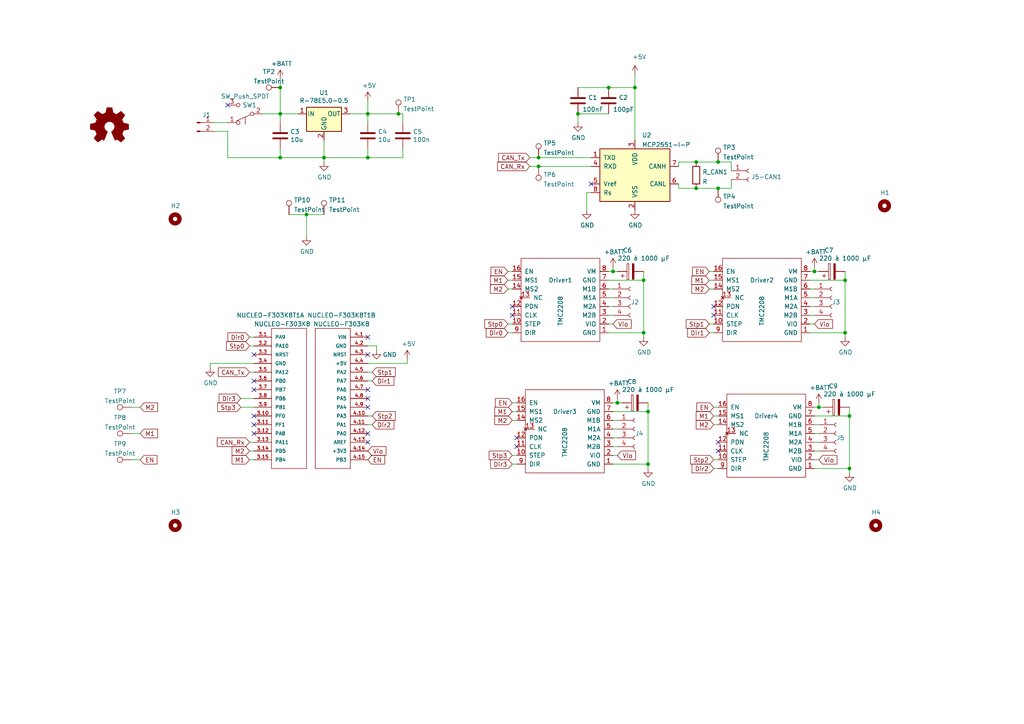
<source format=kicad_sch>
(kicad_sch (version 20211123) (generator eeschema)
  (paper "A4")
  (lib_symbols
    (symbol "Connector:Conn_01x02_Female" (pin_names (offset 1.016) hide)
      (property "Reference" "J" (at 0 2.54 0))
      (property "Value" "Conn_01x02_Female" (at 0 -5.08 0))
      (symbol "Conn_01x02_Female_1_1"
        (arc (start 0 -2.032) (mid -0.508 -2.54) (end 0 -3.048) (stroke (width 0.1524)))
        (polyline (pts (xy -1.27 -2.54) (xy -0.508 -2.54)) (stroke (width 0.1524)))
        (polyline (pts (xy -1.27 0) (xy -0.508 0)) (stroke (width 0.1524)))
        (arc (start 0 0.508) (mid -0.508 0) (end 0 -0.508) (stroke (width 0.1524)))
        (pin passive line (at -5.08 0 0) (length 3.81) (name "Pin_1") (number "1"))
        (pin passive line (at -5.08 -2.54 0) (length 3.81) (name "Pin_2") (number "2"))
      )
    )
    (symbol "Connector:Conn_01x02_Male" (pin_names (offset 1.016) hide)
      (property "Reference" "J" (at 0 2.54 0))
      (property "Value" "Conn_01x02_Male" (at 0 -5.08 0))
      (symbol "Conn_01x02_Male_1_1"
        (polyline (pts (xy 1.27 -2.54) (xy 0.8636 -2.54)) (stroke (width 0.1524)))
        (polyline (pts (xy 1.27 0) (xy 0.8636 0)) (stroke (width 0.1524)))
        (rectangle (start 0.8636 -2.413) (end 0 -2.667) (stroke (width 0.1524)) (fill (type outline)))
        (rectangle (start 0.8636 0.127) (end 0 -0.127) (stroke (width 0.1524)) (fill (type outline)))
        (pin passive line (at 5.08 0 180) (length 3.81) (name "Pin_1") (number "1"))
        (pin passive line (at 5.08 -2.54 180) (length 3.81) (name "Pin_2") (number "2"))
      )
    )
    (symbol "Connector:Conn_01x04_Female" (pin_names (offset 1.016) hide)
      (property "Reference" "J" (at 0 5.08 0))
      (property "Value" "Conn_01x04_Female" (at 0 -7.62 0))
      (symbol "Conn_01x04_Female_1_1"
        (arc (start 0 -4.572) (mid -0.508 -5.08) (end 0 -5.588) (stroke (width 0.1524)))
        (arc (start 0 -2.032) (mid -0.508 -2.54) (end 0 -3.048) (stroke (width 0.1524)))
        (polyline (pts (xy -1.27 -5.08) (xy -0.508 -5.08)) (stroke (width 0.1524)))
        (polyline (pts (xy -1.27 -2.54) (xy -0.508 -2.54)) (stroke (width 0.1524)))
        (polyline (pts (xy -1.27 0) (xy -0.508 0)) (stroke (width 0.1524)))
        (polyline (pts (xy -1.27 2.54) (xy -0.508 2.54)) (stroke (width 0.1524)))
        (arc (start 0 0.508) (mid -0.508 0) (end 0 -0.508) (stroke (width 0.1524)))
        (arc (start 0 3.048) (mid -0.508 2.54) (end 0 2.032) (stroke (width 0.1524)))
        (pin passive line (at -5.08 2.54 0) (length 3.81) (name "Pin_1") (number "1"))
        (pin passive line (at -5.08 0 0) (length 3.81) (name "Pin_2") (number "2"))
        (pin passive line (at -5.08 -2.54 0) (length 3.81) (name "Pin_3") (number "3"))
        (pin passive line (at -5.08 -5.08 0) (length 3.81) (name "Pin_4") (number "4"))
      )
    )
    (symbol "Connector:TestPoint" (pin_numbers hide) (pin_names (offset 0.762) hide)
      (property "Reference" "TP" (at 0 6.858 0))
      (property "Value" "TestPoint" (at 0 5.08 0))
      (symbol "TestPoint_0_1"
        (circle (center 0 3.302) (radius 0.762))
      )
      (symbol "TestPoint_1_1"
        (pin passive line (at 0 0 90) (length 2.54) (name "1") (number "1"))
      )
    )
    (symbol "Device:C" (pin_numbers hide) (pin_names (offset 0.254))
      (property "Reference" "C" (at 0.635 2.54 0))
      (property "Value" "C" (at 0.635 -2.54 0))
      (symbol "C_0_1"
        (polyline (pts (xy -2.032 -0.762) (xy 2.032 -0.762)) (stroke (width 0.508)))
        (polyline (pts (xy -2.032 0.762) (xy 2.032 0.762)) (stroke (width 0.508)))
      )
      (symbol "C_1_1"
        (pin passive line (at 0 3.81 270) (length 2.794) (name "~") (number "1"))
        (pin passive line (at 0 -3.81 90) (length 2.794) (name "~") (number "2"))
      )
    )
    (symbol "Device:C_Polarized" (pin_numbers hide) (pin_names (offset 0.254))
      (property "Reference" "C" (at 0.635 2.54 0))
      (property "Value" "C_Polarized" (at 0.635 -2.54 0))
      (symbol "C_Polarized_0_1"
        (rectangle (start -2.286 0.508) (end 2.286 1.016))
        (polyline (pts (xy -1.778 2.286) (xy -0.762 2.286)))
        (polyline (pts (xy -1.27 2.794) (xy -1.27 1.778)))
        (rectangle (start 2.286 -0.508) (end -2.286 -1.016) (fill (type outline)))
      )
      (symbol "C_Polarized_1_1"
        (pin passive line (at 0 3.81 270) (length 2.794) (name "~") (number "1"))
        (pin passive line (at 0 -3.81 90) (length 2.794) (name "~") (number "2"))
      )
    )
    (symbol "Device:R" (pin_numbers hide) (pin_names (offset 0))
      (property "Reference" "R" (at 2.032 0 90))
      (property "Value" "R" (at 0 0 90))
      (symbol "R_0_1"
        (rectangle (start -1.016 -2.54) (end 1.016 2.54) (stroke (width 0.254)))
      )
      (symbol "R_1_1"
        (pin passive line (at 0 3.81 270) (length 1.27) (name "~") (number "1"))
        (pin passive line (at 0 -3.81 90) (length 1.27) (name "~") (number "2"))
      )
    )
    (symbol "Graphic:Logo_Open_Hardware_Small" (pin_names (offset 1.016))
      (symbol "Logo_Open_Hardware_Small_0_1"
        (polyline (pts (xy 3.3528 -4.3434) (xy 3.302 -4.318) (xy 3.175 -4.2418) (xy 2.9972 -4.1148) (xy 2.7686 -3.9624) (xy 2.54 -3.81) (xy 2.3622 -3.7084) (xy 2.2352 -3.6068) (xy 2.1844 -3.5814) (xy 2.159 -3.6068) (xy 2.0574 -3.6576) (xy 1.905 -3.7338) (xy 1.8034 -3.7846) (xy 1.6764 -3.8354) (xy 1.6002 -3.8354) (xy 1.6002 -3.8354) (xy 1.5494 -3.7338) (xy 1.4732 -3.5306) (xy 1.3462 -3.302) (xy 1.2446 -3.0226) (xy 1.1176 -2.7178) (xy 0.9652 -2.413) (xy 0.8636 -2.1082) (xy 0.7366 -1.8288) (xy 0.6604 -1.6256) (xy 0.6096 -1.4732) (xy 0.5842 -1.397) (xy 0.5842 -1.397) (xy 0.6604 -1.3208) (xy 0.7874 -1.2446) (xy 1.0414 -1.016) (xy 1.2954 -0.6858) (xy 1.4478 -0.3302) (xy 1.524 0.0762) (xy 1.4732 0.4572) (xy 1.3208 0.8128) (xy 1.0668 1.143) (xy 0.762 1.3716) (xy 0.4064 1.524) (xy 0 1.5748) (xy -0.381 1.5494) (xy -0.7366 1.397) (xy -1.0668 1.143) (xy -1.2192 0.9906) (xy -1.397 0.6604) (xy -1.524 0.3048) (xy -1.524 0.2286) (xy -1.4986 -0.1778) (xy -1.397 -0.5334) (xy -1.1938 -0.8636) (xy -0.9144 -1.143) (xy -0.8636 -1.1684) (xy -0.7366 -1.27) (xy -0.635 -1.3462) (xy -0.5842 -1.397) (xy -1.0668 -2.5908) (xy -1.143 -2.794) (xy -1.2954 -3.1242) (xy -1.397 -3.4036) (xy -1.4986 -3.6322) (xy -1.5748 -3.7846) (xy -1.6002 -3.8354) (xy -1.6002 -3.8354) (xy -1.651 -3.8354) (xy -1.7272 -3.81) (xy -1.905 -3.7338) (xy -2.0066 -3.683) (xy -2.1336 -3.6068) (xy -2.2098 -3.5814) (xy -2.2606 -3.6068) (xy -2.3622 -3.683) (xy -2.54 -3.81) (xy -2.7686 -3.9624) (xy -2.9718 -4.0894) (xy -3.1496 -4.2164) (xy -3.302 -4.318) (xy -3.3528 -4.3434) (xy -3.3782 -4.3434) (xy -3.429 -4.318) (xy -3.5306 -4.2164) (xy -3.7084 -4.064) (xy -3.937 -3.8354) (xy -3.9624 -3.81) (xy -4.1656 -3.6068) (xy -4.318 -3.4544) (xy -4.4196 -3.3274) (xy -4.445 -3.2766) (xy -4.445 -3.2766) (xy -4.4196 -3.2258) (xy -4.318 -3.0734) (xy -4.2164 -2.8956) (xy -4.064 -2.667) (xy -3.6576 -2.0828) (xy -3.8862 -1.5494) (xy -3.937 -1.3716) (xy -4.0386 -1.1684) (xy -4.0894 -1.0414) (xy -4.1148 -0.9652) (xy -4.191 -0.9398) (xy -4.318 -0.9144) (xy -4.5466 -0.8636) (xy -4.8006 -0.8128) (xy -5.0546 -0.7874) (xy -5.2578 -0.7366) (xy -5.4356 -0.7112) (xy -5.5118 -0.6858) (xy -5.5118 -0.6858) (xy -5.5372 -0.635) (xy -5.5372 -0.5588) (xy -5.5372 -0.4318) (xy -5.5626 -0.2286) (xy -5.5626 0.0762) (xy -5.5626 0.127) (xy -5.5372 0.4064) (xy -5.5372 0.635) (xy -5.5372 0.762) (xy -5.5372 0.8382) (xy -5.5372 0.8382) (xy -5.461 0.8382) (xy -5.3086 0.889) (xy -5.08 0.9144) (xy -4.826 0.9652) (xy -4.8006 0.9906) (xy -4.5466 1.0414) (xy -4.318 1.0668) (xy -4.1656 1.1176) (xy -4.0894 1.143) (xy -4.0894 1.143) (xy -4.0386 1.2446) (xy -3.9624 1.4224) (xy -3.8608 1.6256) (xy -3.7846 1.8288) (xy -3.7084 2.0066) (xy -3.6576 2.159) (xy -3.6322 2.2098) (xy -3.6322 2.2098) (xy -3.683 2.286) (xy -3.7592 2.413) (xy -3.8862 2.5908) (xy -4.064 2.8194) (xy -4.064 2.8448) (xy -4.2164 3.0734) (xy -4.3434 3.2512) (xy -4.4196 3.3782) (xy -4.445 3.4544) (xy -4.445 3.4544) (xy -4.3942 3.5052) (xy -4.2926 3.6322) (xy -4.1148 3.81) (xy -3.937 4.0132) (xy -3.8608 4.064) (xy -3.6576 4.2926) (xy -3.5052 4.4196) (xy -3.4036 4.4958) (xy -3.3528 4.5212) (xy -3.3528 4.5212) (xy -3.302 4.4704) (xy -3.1496 4.3688) (xy -2.9718 4.2418) (xy -2.7432 4.0894) (xy -2.7178 4.0894) (xy -2.4892 3.937) (xy -2.3114 3.81) (xy -2.1844 3.7084) (xy -2.1336 3.683) (xy -2.1082 3.683) (xy -2.032 3.7084) (xy -1.8542 3.7592) (xy -1.6764 3.8354) (xy -1.4732 3.937) (xy -1.27 4.0132) (xy -1.143 4.064) (xy -1.0668 4.1148) (xy -1.0668 4.1148) (xy -1.0414 4.191) (xy -1.016 4.3434) (xy -0.9652 4.572) (xy -0.9144 4.8514) (xy -0.889 4.9022) (xy -0.8382 5.1562) (xy -0.8128 5.3848) (xy -0.7874 5.5372) (xy -0.762 5.588) (xy -0.7112 5.6134) (xy -0.5842 5.6134) (xy -0.4064 5.6134) (xy -0.1524 5.6134) (xy 0.0762 5.6134) (xy 0.3302 5.6134) (xy 0.5334 5.6134) (xy 0.6858 5.588) (xy 0.7366 5.588) (xy 0.7366 5.588) (xy 0.762 5.5118) (xy 0.8128 5.334) (xy 0.8382 5.1054) (xy 0.9144 4.826) (xy 0.9144 4.7752) (xy 0.9652 4.5212) (xy 1.016 4.2926) (xy 1.0414 4.1402) (xy 1.0668 4.0894) (xy 1.0668 4.0894) (xy 1.1938 4.0386) (xy 1.3716 3.9624) (xy 1.5748 3.8608) (xy 2.0828 3.6576) (xy 2.7178 4.0894) (xy 2.7686 4.1402) (xy 2.9972 4.2926) (xy 3.175 4.4196) (xy 3.302 4.4958) (xy 3.3782 4.5212) (xy 3.3782 4.5212) (xy 3.429 4.4704) (xy 3.556 4.3434) (xy 3.7338 4.191) (xy 3.9116 3.9878) (xy 4.064 3.8354) (xy 4.2418 3.6576) (xy 4.3434 3.556) (xy 4.4196 3.4798) (xy 4.4196 3.429) (xy 4.4196 3.4036) (xy 4.3942 3.3274) (xy 4.2926 3.2004) (xy 4.1656 2.9972) (xy 4.0132 2.794) (xy 3.8862 2.5908) (xy 3.7592 2.3876) (xy 3.6576 2.2352) (xy 3.6322 2.159) (xy 3.6322 2.1336) (xy 3.683 2.0066) (xy 3.7592 1.8288) (xy 3.8608 1.6002) (xy 4.064 1.1176) (xy 4.3942 1.0414) (xy 4.5974 1.016) (xy 4.8768 0.9652) (xy 5.1308 0.9144) (xy 5.5372 0.8382) (xy 5.5626 -0.6604) (xy 5.4864 -0.6858) (xy 5.4356 -0.6858) (xy 5.2832 -0.7366) (xy 5.0546 -0.762) (xy 4.8006 -0.8128) (xy 4.5974 -0.8636) (xy 4.3688 -0.9144) (xy 4.2164 -0.9398) (xy 4.1402 -0.9398) (xy 4.1148 -0.9652) (xy 4.064 -1.0668) (xy 3.9878 -1.2446) (xy 3.9116 -1.4478) (xy 3.81 -1.651) (xy 3.7338 -1.8542) (xy 3.683 -2.0066) (xy 3.6576 -2.0828) (xy 3.683 -2.1336) (xy 3.7846 -2.2606) (xy 3.8862 -2.4638) (xy 4.0386 -2.667) (xy 4.191 -2.8956) (xy 4.318 -3.0734) (xy 4.3942 -3.2004) (xy 4.445 -3.2766) (xy 4.4196 -3.3274) (xy 4.3434 -3.429) (xy 4.1656 -3.5814) (xy 3.937 -3.8354) (xy 3.8862 -3.8608) (xy 3.683 -4.064) (xy 3.5306 -4.2164) (xy 3.4036 -4.318) (xy 3.3528 -4.3434)) (fill (type outline)))
      )
    )
    (symbol "Interface_CAN_LIN:MCP2551-I-P" (pin_names (offset 1.016))
      (property "Reference" "U" (at -10.16 8.89 0))
      (property "Value" "MCP2551-I-P" (at 2.54 8.89 0))
      (symbol "MCP2551-I-P_0_1"
        (rectangle (start -10.16 7.62) (end 10.16 -7.62) (stroke (width 0.254)) (fill (type background)))
      )
      (symbol "MCP2551-I-P_1_1"
        (pin input line (at -12.7 5.08 0) (length 2.54) (name "TXD") (number "1"))
        (pin power_in line (at 0 -10.16 90) (length 2.54) (name "VSS") (number "2"))
        (pin power_in line (at 0 10.16 270) (length 2.54) (name "VDD") (number "3"))
        (pin output line (at -12.7 2.54 0) (length 2.54) (name "RXD") (number "4"))
        (pin power_out line (at -12.7 -2.54 0) (length 2.54) (name "Vref") (number "5"))
        (pin bidirectional line (at 12.7 -2.54 180) (length 2.54) (name "CANL") (number "6"))
        (pin bidirectional line (at 12.7 2.54 180) (length 2.54) (name "CANH") (number "7"))
        (pin input line (at -12.7 -5.08 0) (length 2.54) (name "Rs") (number "8"))
      )
    )
    (symbol "Mechanical:MountingHole" (pin_names (offset 1.016))
      (property "Reference" "H" (at 0 5.08 0))
      (property "Value" "MountingHole" (at 0 3.175 0))
      (symbol "MountingHole_0_1"
        (circle (center 0 0) (radius 1.27) (stroke (width 1.27)))
      )
    )
    (symbol "NUCLEO-F303K8:NUCLEO-F303K8" (pin_names (offset 1.016))
      (property "Reference" "A" (at -5.08 20.8534 0))
      (property "Value" "NUCLEO-F303K8_NUCLEO-F303K8" (at -5.08 -22.6314 0))
      (symbol "NUCLEO-F303K8_1_0"
        (polyline (pts (xy -5.08 -20.32) (xy 5.08 -20.32)) (stroke (width 0.1524)))
        (polyline (pts (xy -5.08 20.32) (xy -5.08 -20.32)) (stroke (width 0.1524)))
        (polyline (pts (xy 5.08 -20.32) (xy 5.08 20.32)) (stroke (width 0.1524)))
        (polyline (pts (xy 5.08 20.32) (xy -5.08 20.32)) (stroke (width 0.1524)))
        (pin bidirectional line (at 10.16 17.78 180) (length 5.08) (name "PA9") (number "3.1"))
        (pin bidirectional line (at 10.16 -5.08 180) (length 5.08) (name "PF0") (number "3.10"))
        (pin bidirectional line (at 10.16 -7.62 180) (length 5.08) (name "PF1") (number "3.11"))
        (pin bidirectional line (at 10.16 -10.16 180) (length 5.08) (name "PA8") (number "3.12"))
        (pin bidirectional line (at 10.16 -12.7 180) (length 5.08) (name "PA11") (number "3.13"))
        (pin bidirectional line (at 10.16 -15.24 180) (length 5.08) (name "PB5") (number "3.14"))
        (pin bidirectional line (at 10.16 -17.78 180) (length 5.08) (name "PB4") (number "3.15"))
        (pin bidirectional line (at 10.16 15.24 180) (length 5.08) (name "PA10") (number "3.2"))
        (pin bidirectional line (at 10.16 12.7 180) (length 5.08) (name "NRST") (number "3.3"))
        (pin bidirectional line (at 10.16 10.16 180) (length 5.08) (name "GND") (number "3.4"))
        (pin bidirectional line (at 10.16 7.62 180) (length 5.08) (name "PA12") (number "3.5"))
        (pin bidirectional line (at 10.16 5.08 180) (length 5.08) (name "PB0") (number "3.6"))
        (pin bidirectional line (at 10.16 2.54 180) (length 5.08) (name "PB7") (number "3.7"))
        (pin bidirectional line (at 10.16 0 180) (length 5.08) (name "PB6") (number "3.8"))
        (pin bidirectional line (at 10.16 -2.54 180) (length 5.08) (name "PB1") (number "3.9"))
      )
      (symbol "NUCLEO-F303K8_2_0"
        (polyline (pts (xy -5.08 -20.32) (xy 5.08 -20.32)) (stroke (width 0.1524)))
        (polyline (pts (xy -5.08 20.32) (xy -5.08 -20.32)) (stroke (width 0.1524)))
        (polyline (pts (xy 5.08 -20.32) (xy 5.08 20.32)) (stroke (width 0.1524)))
        (polyline (pts (xy 5.08 20.32) (xy -5.08 20.32)) (stroke (width 0.1524)))
        (pin bidirectional line (at 10.16 17.78 180) (length 5.08) (name "VIN") (number "4.1"))
        (pin bidirectional line (at 10.16 -5.08 180) (length 5.08) (name "PA3") (number "4.10"))
        (pin bidirectional line (at 10.16 -7.62 180) (length 5.08) (name "PA1") (number "4.11"))
        (pin bidirectional line (at 10.16 -10.16 180) (length 5.08) (name "PA0") (number "4.12"))
        (pin bidirectional line (at 10.16 -12.7 180) (length 5.08) (name "AREF") (number "4.13"))
        (pin bidirectional line (at 10.16 -15.24 180) (length 5.08) (name "+3V3") (number "4.14"))
        (pin bidirectional line (at 10.16 -17.78 180) (length 5.08) (name "PB3") (number "4.15"))
        (pin bidirectional line (at 10.16 15.24 180) (length 5.08) (name "GND") (number "4.2"))
        (pin bidirectional line (at 10.16 12.7 180) (length 5.08) (name "NRST") (number "4.3"))
        (pin bidirectional line (at 10.16 10.16 180) (length 5.08) (name "+5V") (number "4.4"))
        (pin bidirectional line (at 10.16 7.62 180) (length 5.08) (name "PA2") (number "4.5"))
        (pin bidirectional line (at 10.16 5.08 180) (length 5.08) (name "PA7") (number "4.6"))
        (pin bidirectional line (at 10.16 2.54 180) (length 5.08) (name "PA6") (number "4.7"))
        (pin bidirectional line (at 10.16 0 180) (length 5.08) (name "PA5") (number "4.8"))
        (pin bidirectional line (at 10.16 -2.54 180) (length 5.08) (name "PA4") (number "4.9"))
      )
    )
    (symbol "Regulator_Switching:R-78E5.0-0.5" (pin_names (offset 0.254))
      (property "Reference" "U" (at -3.81 3.175 0))
      (property "Value" "R-78E5.0-0.5" (at 0 3.175 0))
      (symbol "R-78E5.0-0.5_0_1"
        (rectangle (start -5.08 1.905) (end 5.08 -5.08) (stroke (width 0.254)) (fill (type background)))
      )
      (symbol "R-78E5.0-0.5_1_1"
        (pin power_in line (at -7.62 0 0) (length 2.54) (name "IN") (number "1"))
        (pin power_in line (at 0 -7.62 90) (length 2.54) (name "GND") (number "2"))
        (pin power_out line (at 7.62 0 180) (length 2.54) (name "OUT") (number "3"))
      )
    )
    (symbol "Shield-BR-rescue:TMC2208-Trinamic_Drivers" (pin_names (offset 1.016))
      (property "Reference" "U" (at -1.27 7.62 0))
      (property "Value" "TMC2208-Trinamic_Drivers" (at -1.27 7.62 0))
      (symbol "TMC2208-Trinamic_Drivers_0_1"
        (rectangle (start -13.97 3.81) (end 8.89 -20.32))
      )
      (symbol "TMC2208-Trinamic_Drivers_1_1"
        (pin input line (at -16.51 1.27 0) (length 2.54) (name "GND") (number "1"))
        (pin input line (at 11.43 -1.27 180) (length 2.54) (name "STEP") (number "10"))
        (pin bidirectional line (at 11.43 -3.81 180) (length 2.54) (name "CLK") (number "11"))
        (pin output line (at 11.43 -6.35 180) (length 2.54) (name "PDN") (number "12"))
        (pin no_connect line (at 8.89 -8.89 180) (length 2.54) (name "NC") (number "13"))
        (pin input line (at 11.43 -11.43 180) (length 2.54) (name "MS2") (number "14"))
        (pin input line (at 11.43 -13.97 180) (length 2.54) (name "MS1") (number "15"))
        (pin input line (at 11.43 -16.51 180) (length 2.54) (name "EN") (number "16"))
        (pin input line (at -16.51 -1.27 0) (length 2.54) (name "VIO") (number "2"))
        (pin input line (at -16.51 -3.81 0) (length 2.54) (name "M2B") (number "3"))
        (pin input line (at -16.51 -6.35 0) (length 2.54) (name "M2A") (number "4"))
        (pin input line (at -16.51 -8.89 0) (length 2.54) (name "M1A") (number "5"))
        (pin input line (at -16.51 -11.43 0) (length 2.54) (name "M1B") (number "6"))
        (pin input line (at -16.51 -13.97 0) (length 2.54) (name "GND") (number "7"))
        (pin input line (at -16.51 -16.51 0) (length 2.54) (name "VM") (number "8"))
        (pin input line (at 11.43 1.27 180) (length 2.54) (name "DIR") (number "9"))
      )
    )
    (symbol "Switch:SW_Push_SPDT" (pin_names (offset 0) hide)
      (property "Reference" "SW" (at 0 4.318 0))
      (property "Value" "SW_Push_SPDT" (at 0 -5.08 0))
      (symbol "SW_Push_SPDT_0_0"
        (circle (center -2.032 0) (radius 0.508))
        (polyline (pts (xy 0 1.016) (xy 0 3.048)))
        (circle (center 2.032 -2.54) (radius 0.508))
      )
      (symbol "SW_Push_SPDT_0_1"
        (polyline (pts (xy -1.524 0.254) (xy 2.54 2.032)))
        (circle (center 2.032 2.54) (radius 0.508))
      )
      (symbol "SW_Push_SPDT_1_1"
        (pin passive line (at 5.08 2.54 180) (length 2.54) (name "A") (number "1"))
        (pin passive line (at -5.08 0 0) (length 2.54) (name "B") (number "2"))
        (pin passive line (at 5.08 -2.54 180) (length 2.54) (name "C") (number "3"))
      )
    )
    (symbol "power:+5V" (power) (pin_names (offset 0))
      (property "Value" "+5V" (at 0 3.556 0))
      (symbol "+5V_0_1"
        (polyline (pts (xy -0.762 1.27) (xy 0 2.54)))
        (polyline (pts (xy 0 0) (xy 0 2.54)))
        (polyline (pts (xy 0 2.54) (xy 0.762 1.27)))
      )
      (symbol "+5V_1_1"
        (pin power_in line (at 0 0 90) (length 0) hide (name "+5V") (number "1"))
      )
    )
    (symbol "power:+BATT" (power) (pin_names (offset 0))
      (property "Value" "+BATT" (at 0 3.556 0))
      (symbol "+BATT_0_1"
        (polyline (pts (xy -0.762 1.27) (xy 0 2.54)))
        (polyline (pts (xy 0 0) (xy 0 2.54)))
        (polyline (pts (xy 0 2.54) (xy 0.762 1.27)))
      )
      (symbol "+BATT_1_1"
        (pin power_in line (at 0 0 90) (length 0) hide (name "+BATT") (number "1"))
      )
    )
    (symbol "power:GND" (power) (pin_names (offset 0))
      (property "Value" "GND" (at 0 -3.81 0))
      (symbol "GND_0_1"
        (polyline (pts (xy 0 0) (xy 0 -1.27) (xy 1.27 -1.27) (xy 0 -2.54) (xy -1.27 -1.27) (xy 0 -1.27)))
      )
      (symbol "GND_1_1"
        (pin power_in line (at 0 0 270) (length 0) hide (name "GND") (number "1"))
      )
    )
  )
  (junction (at 176.53 25.4))
  (junction (at 156.21 48.26))
  (junction (at 184.15 25.4))
  (junction (at 167.64 33.02))
  (junction (at 186.69 81.28))
  (junction (at 179.07 116.84))
  (junction (at 106.68 33.02))
  (junction (at 237.49 118.11))
  (junction (at 156.21 45.72))
  (junction (at 246.38 120.65))
  (junction (at 208.28 46.99))
  (junction (at 208.28 54.61))
  (junction (at 177.8 78.74))
  (junction (at 245.11 81.28))
  (junction (at 201.93 54.61))
  (junction (at 93.98 45.72))
  (junction (at 245.11 96.52))
  (junction (at 115.57 33.02))
  (junction (at 187.96 119.38))
  (junction (at 81.28 25.4))
  (junction (at 81.28 33.02))
  (junction (at 187.96 134.62))
  (junction (at 88.9 62.23))
  (junction (at 186.69 96.52))
  (junction (at 106.68 45.72))
  (junction (at 246.38 135.89))
  (junction (at 81.28 45.72))
  (junction (at 201.93 46.99))
  (junction (at 236.22 78.74))
  (no_connect (at 207.01 88.9))
  (no_connect (at 171.45 53.34))
  (no_connect (at 149.86 129.54))
  (no_connect (at 148.59 91.44))
  (no_connect (at 106.68 97.79))
  (no_connect (at 73.66 110.49))
  (no_connect (at 106.68 102.87))
  (no_connect (at 73.66 125.73))
  (no_connect (at 207.01 91.44))
  (no_connect (at 106.68 118.11))
  (no_connect (at 208.28 128.27))
  (no_connect (at 73.66 102.87))
  (no_connect (at 106.68 115.57))
  (no_connect (at 73.66 120.65))
  (no_connect (at 106.68 113.03))
  (no_connect (at 73.66 113.03))
  (no_connect (at 148.59 88.9))
  (no_connect (at 66.04 30.48))
  (no_connect (at 106.68 125.73))
  (no_connect (at 208.28 130.81))
  (no_connect (at 73.66 123.19))
  (no_connect (at 106.68 128.27))
  (no_connect (at 149.86 127))
  (wire (pts (xy 106.68 33.02) (xy 106.68 29.21)))
  (wire (pts (xy 234.95 78.74) (xy 236.22 78.74)))
  (wire (pts (xy 236.22 91.44) (xy 234.95 91.44)))
  (wire (pts (xy 208.28 118.11) (xy 207.01 118.11)))
  (wire (pts (xy 236.22 88.9) (xy 234.95 88.9)))
  (wire (pts (xy 196.85 46.99) (xy 201.93 46.99)))
  (wire (pts (xy 176.53 86.36) (xy 177.8 86.36)))
  (wire (pts (xy 179.07 116.84) (xy 180.34 116.84)))
  (wire (pts (xy 212.09 54.61) (xy 212.09 52.07)))
  (wire (pts (xy 184.15 25.4) (xy 184.15 40.64)))
  (wire (pts (xy 148.59 78.74) (xy 147.32 78.74)))
  (wire (pts (xy 236.22 120.65) (xy 246.38 120.65)))
  (wire (pts (xy 236.22 78.74) (xy 236.22 77.47)))
  (wire (pts (xy 245.11 78.74) (xy 245.11 81.28)))
  (wire (pts (xy 81.28 25.4) (xy 81.28 22.86)))
  (wire (pts (xy 106.68 120.65) (xy 107.95 120.65)))
  (wire (pts (xy 81.28 45.72) (xy 93.98 45.72)))
  (wire (pts (xy 73.66 105.41) (xy 60.96 105.41)))
  (wire (pts (xy 116.84 43.18) (xy 116.84 45.72)))
  (wire (pts (xy 66.04 38.1) (xy 66.04 45.72)))
  (wire (pts (xy 148.59 83.82) (xy 147.32 83.82)))
  (wire (pts (xy 72.39 107.95) (xy 73.66 107.95)))
  (wire (pts (xy 116.84 35.56) (xy 116.84 33.02)))
  (wire (pts (xy 149.86 134.62) (xy 148.59 134.62)))
  (wire (pts (xy 109.22 101.6) (xy 109.22 100.33)))
  (wire (pts (xy 237.49 118.11) (xy 238.76 118.11)))
  (wire (pts (xy 187.96 135.89) (xy 187.96 134.62)))
  (wire (pts (xy 187.96 134.62) (xy 177.8 134.62)))
  (wire (pts (xy 170.18 55.88) (xy 170.18 60.96)))
  (wire (pts (xy 179.07 132.08) (xy 177.8 132.08)))
  (wire (pts (xy 176.53 81.28) (xy 186.69 81.28)))
  (wire (pts (xy 196.85 46.99) (xy 196.85 48.26)))
  (wire (pts (xy 208.28 46.99) (xy 201.93 46.99)))
  (wire (pts (xy 237.49 118.11) (xy 237.49 116.84)))
  (wire (pts (xy 148.59 96.52) (xy 147.32 96.52)))
  (wire (pts (xy 207.01 120.65) (xy 208.28 120.65)))
  (wire (pts (xy 60.96 105.41) (xy 60.96 106.68)))
  (wire (pts (xy 101.6 33.02) (xy 106.68 33.02)))
  (wire (pts (xy 148.59 81.28) (xy 147.32 81.28)))
  (wire (pts (xy 207.01 93.98) (xy 205.74 93.98)))
  (wire (pts (xy 149.86 132.08) (xy 148.59 132.08)))
  (wire (pts (xy 167.64 25.4) (xy 176.53 25.4)))
  (wire (pts (xy 149.86 119.38) (xy 148.59 119.38)))
  (wire (pts (xy 208.28 54.61) (xy 201.93 54.61)))
  (wire (pts (xy 176.53 78.74) (xy 177.8 78.74)))
  (wire (pts (xy 149.86 121.92) (xy 148.59 121.92)))
  (wire (pts (xy 245.11 81.28) (xy 245.11 96.52)))
  (wire (pts (xy 106.68 45.72) (xy 116.84 45.72)))
  (wire (pts (xy 167.64 33.02) (xy 167.64 35.56)))
  (wire (pts (xy 62.23 38.1) (xy 66.04 38.1)))
  (wire (pts (xy 187.96 119.38) (xy 187.96 134.62)))
  (wire (pts (xy 186.69 97.79) (xy 186.69 96.52)))
  (wire (pts (xy 246.38 118.11) (xy 246.38 120.65)))
  (wire (pts (xy 153.67 48.26) (xy 156.21 48.26)))
  (wire (pts (xy 176.53 88.9) (xy 177.8 88.9)))
  (wire (pts (xy 69.85 115.57) (xy 73.66 115.57)))
  (wire (pts (xy 93.98 40.64) (xy 93.98 45.72)))
  (wire (pts (xy 237.49 133.35) (xy 236.22 133.35)))
  (wire (pts (xy 81.28 35.56) (xy 81.28 33.02)))
  (wire (pts (xy 212.09 54.61) (xy 208.28 54.61)))
  (wire (pts (xy 245.11 96.52) (xy 234.95 96.52)))
  (wire (pts (xy 177.8 78.74) (xy 177.8 77.47)))
  (wire (pts (xy 93.98 45.72) (xy 106.68 45.72)))
  (wire (pts (xy 236.22 83.82) (xy 234.95 83.82)))
  (wire (pts (xy 205.74 83.82) (xy 207.01 83.82)))
  (wire (pts (xy 83.82 62.23) (xy 88.9 62.23)))
  (wire (pts (xy 179.07 115.57) (xy 179.07 116.84)))
  (wire (pts (xy 106.68 33.02) (xy 106.68 35.56)))
  (wire (pts (xy 149.86 116.84) (xy 148.59 116.84)))
  (wire (pts (xy 156.21 45.72) (xy 171.45 45.72)))
  (wire (pts (xy 236.22 128.27) (xy 237.49 128.27)))
  (wire (pts (xy 38.1 125.73) (xy 40.64 125.73)))
  (wire (pts (xy 69.85 118.11) (xy 73.66 118.11)))
  (wire (pts (xy 171.45 55.88) (xy 170.18 55.88)))
  (wire (pts (xy 179.07 116.84) (xy 177.8 116.84)))
  (wire (pts (xy 186.69 78.74) (xy 186.69 81.28)))
  (wire (pts (xy 207.01 96.52) (xy 205.74 96.52)))
  (wire (pts (xy 118.11 105.41) (xy 118.11 104.14)))
  (wire (pts (xy 236.22 93.98) (xy 234.95 93.98)))
  (wire (pts (xy 107.95 110.49) (xy 106.68 110.49)))
  (wire (pts (xy 208.28 133.35) (xy 207.01 133.35)))
  (wire (pts (xy 208.28 135.89) (xy 207.01 135.89)))
  (wire (pts (xy 236.22 86.36) (xy 234.95 86.36)))
  (wire (pts (xy 176.53 91.44) (xy 177.8 91.44)))
  (wire (pts (xy 81.28 43.18) (xy 81.28 45.72)))
  (wire (pts (xy 72.39 97.79) (xy 73.66 97.79)))
  (wire (pts (xy 236.22 118.11) (xy 237.49 118.11)))
  (wire (pts (xy 177.8 121.92) (xy 179.07 121.92)))
  (wire (pts (xy 88.9 62.23) (xy 88.9 68.58)))
  (wire (pts (xy 62.23 35.56) (xy 66.04 35.56)))
  (wire (pts (xy 72.39 128.27) (xy 73.66 128.27)))
  (wire (pts (xy 177.8 127) (xy 179.07 127)))
  (wire (pts (xy 109.22 100.33) (xy 106.68 100.33)))
  (wire (pts (xy 38.1 133.35) (xy 40.64 133.35)))
  (wire (pts (xy 88.9 62.23) (xy 93.98 62.23)))
  (wire (pts (xy 236.22 123.19) (xy 237.49 123.19)))
  (wire (pts (xy 72.39 130.81) (xy 73.66 130.81)))
  (wire (pts (xy 177.8 129.54) (xy 179.07 129.54)))
  (wire (pts (xy 246.38 120.65) (xy 246.38 135.89)))
  (wire (pts (xy 234.95 81.28) (xy 245.11 81.28)))
  (wire (pts (xy 148.59 93.98) (xy 147.32 93.98)))
  (wire (pts (xy 76.2 33.02) (xy 81.28 33.02)))
  (wire (pts (xy 236.22 130.81) (xy 237.49 130.81)))
  (wire (pts (xy 176.53 93.98) (xy 177.8 93.98)))
  (wire (pts (xy 245.11 97.79) (xy 245.11 96.52)))
  (wire (pts (xy 187.96 116.84) (xy 187.96 119.38)))
  (wire (pts (xy 72.39 100.33) (xy 73.66 100.33)))
  (wire (pts (xy 236.22 125.73) (xy 237.49 125.73)))
  (wire (pts (xy 115.57 33.02) (xy 106.68 33.02)))
  (wire (pts (xy 177.8 119.38) (xy 187.96 119.38)))
  (wire (pts (xy 66.04 45.72) (xy 81.28 45.72)))
  (wire (pts (xy 153.67 45.72) (xy 156.21 45.72)))
  (wire (pts (xy 186.69 96.52) (xy 176.53 96.52)))
  (wire (pts (xy 107.95 123.19) (xy 106.68 123.19)))
  (wire (pts (xy 236.22 78.74) (xy 237.49 78.74)))
  (wire (pts (xy 212.09 46.99) (xy 208.28 46.99)))
  (wire (pts (xy 72.39 133.35) (xy 73.66 133.35)))
  (wire (pts (xy 196.85 54.61) (xy 201.93 54.61)))
  (wire (pts (xy 246.38 135.89) (xy 236.22 135.89)))
  (wire (pts (xy 81.28 33.02) (xy 86.36 33.02)))
  (wire (pts (xy 212.09 46.99) (xy 212.09 49.53)))
  (wire (pts (xy 156.21 48.26) (xy 171.45 48.26)))
  (wire (pts (xy 177.8 78.74) (xy 179.07 78.74)))
  (wire (pts (xy 38.1 118.11) (xy 40.64 118.11)))
  (wire (pts (xy 107.95 107.95) (xy 106.68 107.95)))
  (wire (pts (xy 176.53 25.4) (xy 184.15 25.4)))
  (wire (pts (xy 186.69 81.28) (xy 186.69 96.52)))
  (wire (pts (xy 176.53 83.82) (xy 177.8 83.82)))
  (wire (pts (xy 196.85 54.61) (xy 196.85 53.34)))
  (wire (pts (xy 205.74 81.28) (xy 207.01 81.28)))
  (wire (pts (xy 106.68 43.18) (xy 106.68 45.72)))
  (wire (pts (xy 207.01 123.19) (xy 208.28 123.19)))
  (wire (pts (xy 81.28 33.02) (xy 81.28 25.4)))
  (wire (pts (xy 176.53 33.02) (xy 167.64 33.02)))
  (wire (pts (xy 106.68 105.41) (xy 118.11 105.41)))
  (wire (pts (xy 93.98 45.72) (xy 93.98 46.99)))
  (wire (pts (xy 184.15 21.59) (xy 184.15 25.4)))
  (wire (pts (xy 177.8 124.46) (xy 179.07 124.46)))
  (wire (pts (xy 246.38 137.16) (xy 246.38 135.89)))
  (wire (pts (xy 116.84 33.02) (xy 115.57 33.02)))
  (wire (pts (xy 207.01 78.74) (xy 205.74 78.74)))
  (global_label "EN" (shape input) (at 148.59 116.84 180) (property "Intersheet References" "${INTERSHEET_REFS}" (effects hide)))
  (global_label "Dir2" (shape input) (at 107.95 123.19 0) (property "Intersheet References" "${INTERSHEET_REFS}" (effects hide)))
  (global_label "CAN_Tx" (shape input) (at 153.67 45.72 180) (property "Intersheet References" "${INTERSHEET_REFS}" (effects hide)))
  (global_label "Vio" (shape input) (at 106.68 130.81 0) (property "Intersheet References" "${INTERSHEET_REFS}" (effects hide)))
  (global_label "CAN_Tx" (shape input) (at 72.39 107.95 180) (property "Intersheet References" "${INTERSHEET_REFS}" (effects hide)))
  (global_label "Dir2" (shape input) (at 207.01 135.89 180) (property "Intersheet References" "${INTERSHEET_REFS}" (effects hide)))
  (global_label "M1" (shape input) (at 72.39 133.35 180) (property "Intersheet References" "${INTERSHEET_REFS}" (effects hide)))
  (global_label "Stp0" (shape input) (at 147.32 93.98 180) (property "Intersheet References" "${INTERSHEET_REFS}" (effects hide)))
  (global_label "Dir1" (shape input) (at 205.74 96.52 180) (property "Intersheet References" "${INTERSHEET_REFS}" (effects hide)))
  (global_label "Stp0" (shape input) (at 72.39 100.33 180) (property "Intersheet References" "${INTERSHEET_REFS}" (effects hide)))
  (global_label "Stp2" (shape input) (at 107.95 120.65 0) (property "Intersheet References" "${INTERSHEET_REFS}" (effects hide)))
  (global_label "Stp3" (shape input) (at 69.85 118.11 180) (property "Intersheet References" "${INTERSHEET_REFS}" (effects hide)))
  (global_label "EN" (shape input) (at 106.68 133.35 0) (property "Intersheet References" "${INTERSHEET_REFS}" (effects hide)))
  (global_label "M2" (shape input) (at 205.74 83.82 180) (property "Intersheet References" "${INTERSHEET_REFS}" (effects hide)))
  (global_label "CAN_Rx" (shape input) (at 153.67 48.26 180) (property "Intersheet References" "${INTERSHEET_REFS}" (effects hide)))
  (global_label "Dir0" (shape input) (at 72.39 97.79 180) (property "Intersheet References" "${INTERSHEET_REFS}" (effects hide)))
  (global_label "M2" (shape input) (at 40.64 118.11 0) (property "Intersheet References" "${INTERSHEET_REFS}" (effects hide)))
  (global_label "M1" (shape input) (at 148.59 119.38 180) (property "Intersheet References" "${INTERSHEET_REFS}" (effects hide)))
  (global_label "Stp3" (shape input) (at 148.59 132.08 180) (property "Intersheet References" "${INTERSHEET_REFS}" (effects hide)))
  (global_label "Vio" (shape input) (at 179.07 132.08 0) (property "Intersheet References" "${INTERSHEET_REFS}" (effects hide)))
  (global_label "Stp1" (shape input) (at 107.95 107.95 0) (property "Intersheet References" "${INTERSHEET_REFS}" (effects hide)))
  (global_label "M2" (shape input) (at 72.39 130.81 180) (property "Intersheet References" "${INTERSHEET_REFS}" (effects hide)))
  (global_label "Vio" (shape input) (at 177.8 93.98 0) (property "Intersheet References" "${INTERSHEET_REFS}" (effects hide)))
  (global_label "Stp1" (shape input) (at 205.74 93.98 180) (property "Intersheet References" "${INTERSHEET_REFS}" (effects hide)))
  (global_label "CAN_Rx" (shape input) (at 72.39 128.27 180) (property "Intersheet References" "${INTERSHEET_REFS}" (effects hide)))
  (global_label "EN" (shape input) (at 207.01 118.11 180) (property "Intersheet References" "${INTERSHEET_REFS}" (effects hide)))
  (global_label "EN" (shape input) (at 205.74 78.74 180) (property "Intersheet References" "${INTERSHEET_REFS}" (effects hide)))
  (global_label "Vio" (shape input) (at 237.49 133.35 0) (property "Intersheet References" "${INTERSHEET_REFS}" (effects hide)))
  (global_label "M2" (shape input) (at 147.32 83.82 180) (property "Intersheet References" "${INTERSHEET_REFS}" (effects hide)))
  (global_label "M1" (shape input) (at 207.01 120.65 180) (property "Intersheet References" "${INTERSHEET_REFS}" (effects hide)))
  (global_label "Vio" (shape input) (at 236.22 93.98 0) (property "Intersheet References" "${INTERSHEET_REFS}" (effects hide)))
  (global_label "M1" (shape input) (at 205.74 81.28 180) (property "Intersheet References" "${INTERSHEET_REFS}" (effects hide)))
  (global_label "Dir0" (shape input) (at 147.32 96.52 180) (property "Intersheet References" "${INTERSHEET_REFS}" (effects hide)))
  (global_label "M2" (shape input) (at 148.59 121.92 180) (property "Intersheet References" "${INTERSHEET_REFS}" (effects hide)))
  (global_label "EN" (shape input) (at 40.64 133.35 0) (property "Intersheet References" "${INTERSHEET_REFS}" (effects hide)))
  (global_label "M1" (shape input) (at 40.64 125.73 0) (property "Intersheet References" "${INTERSHEET_REFS}" (effects hide)))
  (global_label "Dir3" (shape input) (at 148.59 134.62 180) (property "Intersheet References" "${INTERSHEET_REFS}" (effects hide)))
  (global_label "M1" (shape input) (at 147.32 81.28 180) (property "Intersheet References" "${INTERSHEET_REFS}" (effects hide)))
  (global_label "EN" (shape input) (at 147.32 78.74 180) (property "Intersheet References" "${INTERSHEET_REFS}" (effects hide)))
  (global_label "Dir1" (shape input) (at 107.95 110.49 0) (property "Intersheet References" "${INTERSHEET_REFS}" (effects hide)))
  (global_label "Stp2" (shape input) (at 207.01 133.35 180) (property "Intersheet References" "${INTERSHEET_REFS}" (effects hide)))
  (global_label "Dir3" (shape input) (at 69.85 115.57 180) (property "Intersheet References" "${INTERSHEET_REFS}" (effects hide)))
  (global_label "M2" (shape input) (at 207.01 123.19 180) (property "Intersheet References" "${INTERSHEET_REFS}" (effects hide)))
  (symbol (lib_id "Regulator_Switching:R-78E5.0-0.5") (at 93.98 33.02 0) (unit 1)
    (property "Reference" "U1" (at 93.98 26.8732 0))
    (property "Value" "R-78E5.0-0.5" (at 93.98 29.1846 0))
    (property "Footprint" "Converter_DCDC:Converter_DCDC_RECOM_R-78E-0.5_THT" (effects hide))
    (property "Datasheet" "https://www.recom-power.com/pdf/Innoline/R-78Exx-0.5.pdf" (effects hide))
  )
  (symbol (lib_id "Device:C") (at 81.28 39.37 0) (unit 1)
    (property "Reference" "C3" (at 84.201 38.2016 0) (effects (justify left)))
    (property "Value" "10u" (at 84.201 40.513 0) (effects (justify left)))
    (property "Footprint" "Capacitor_SMD:C_1206_3216Metric_Pad1.33x1.80mm_HandSolder" (effects hide))
  )
  (symbol (lib_id "NUCLEO-F303K8:NUCLEO-F303K8") (at 83.82 115.57 0) (mirror y) (unit 1)
    (property "Reference" "NUCLEO-F303K8T1" (at 68.58 91.44 0) (effects (justify right)))
    (property "Value" "NUCLEO-F303K8" (at 73.66 93.98 0) (effects (justify right)))
    (property "Footprint" "NUCLEO-F303K8:MODULE_NUCLEO-F303K8" (effects hide))
    (property "Datasheet" "ST Microelectronics" (effects hide))
    (property "Champ4" "Manufacturer rEcommendation" (effects hide))
    (property "Champ5" "3" (effects hide))
  )
  (symbol (lib_id "NUCLEO-F303K8:NUCLEO-F303K8") (at 96.52 115.57 0) (unit 2)
    (property "Reference" "NUCLEO-F303K8T1" (at 99.06 91.44 0))
    (property "Value" "NUCLEO-F303K8" (at 99.06 93.98 0))
    (property "Footprint" "NUCLEO-F303K8:MODULE_NUCLEO-F303K8" (effects hide))
    (property "Datasheet" "ST Microelectronics" (effects hide))
    (property "Champ4" "Manufacturer rEcommendation" (effects hide))
    (property "Champ5" "3" (effects hide))
  )
  (symbol (lib_id "Device:C") (at 106.68 39.37 0) (unit 1)
    (property "Reference" "C4" (at 109.601 38.2016 0) (effects (justify left)))
    (property "Value" "10u" (at 109.601 40.513 0) (effects (justify left)))
    (property "Footprint" "Capacitor_SMD:C_1206_3216Metric_Pad1.33x1.80mm_HandSolder" (effects hide))
  )
  (symbol (lib_id "power:GND") (at 93.98 46.99 0) (unit 1)
    (property "Reference" "#PWR05" (effects hide))
    (property "Value" "GND" (at 94.107 51.3842 0))
  )
  (symbol (lib_id "power:+BATT") (at 81.28 22.86 0) (unit 1)
    (property "Reference" "#PWR02" (effects hide))
    (property "Value" "+BATT" (at 81.661 18.4658 0))
  )
  (symbol (lib_id "power:+5V") (at 106.68 29.21 0) (unit 1)
    (property "Reference" "#PWR03" (effects hide))
    (property "Value" "+5V" (at 107.061 24.8158 0))
  )
  (symbol (lib_id "power:GND") (at 186.69 97.79 0) (unit 1)
    (property "Reference" "#PWR010" (effects hide))
    (property "Value" "GND" (at 186.817 102.1842 0))
  )
  (symbol (lib_id "power:GND") (at 245.11 97.79 0) (unit 1)
    (property "Reference" "#PWR011" (effects hide))
    (property "Value" "GND" (at 245.237 102.1842 0))
  )
  (symbol (lib_id "power:+BATT") (at 177.8 77.47 0) (unit 1)
    (property "Reference" "#PWR08" (effects hide))
    (property "Value" "+BATT" (at 178.181 73.0758 0))
  )
  (symbol (lib_id "power:+BATT") (at 236.22 77.47 0) (unit 1)
    (property "Reference" "#PWR09" (effects hide))
    (property "Value" "+BATT" (at 236.601 73.0758 0))
  )
  (symbol (lib_id "power:+BATT") (at 237.49 116.84 0) (unit 1)
    (property "Reference" "#PWR016" (effects hide))
    (property "Value" "+BATT" (at 237.871 112.4458 0))
  )
  (symbol (lib_id "power:+BATT") (at 179.07 115.57 0) (unit 1)
    (property "Reference" "#PWR015" (effects hide))
    (property "Value" "+BATT" (at 179.451 111.1758 0))
  )
  (symbol (lib_id "Shield-BR-rescue:TMC2208-Trinamic_Drivers") (at 160.02 95.25 180) (unit 1)
    (property "Reference" "Driver1" (at 162.56 81.28 0))
    (property "Value" "TMC2208" (at 162.56 90.17 90))
    (property "Footprint" "Autre:MODULE_TMC2208_SILENTSTEPSTICK" (effects hide))
  )
  (symbol (lib_id "power:GND") (at 60.96 106.68 0) (unit 1)
    (property "Reference" "#PWR014" (effects hide))
    (property "Value" "GND" (at 61.087 111.0742 0))
  )
  (symbol (lib_id "power:GND") (at 109.22 101.6 0) (unit 1)
    (property "Reference" "#PWR012" (effects hide))
    (property "Value" "GND" (at 113.03 102.87 0))
  )
  (symbol (lib_id "power:+5V") (at 118.11 104.14 0) (unit 1)
    (property "Reference" "#PWR013" (effects hide))
    (property "Value" "+5V" (at 118.491 99.7458 0))
  )
  (symbol (lib_id "Shield-BR-rescue:TMC2208-Trinamic_Drivers") (at 218.44 95.25 180) (unit 1)
    (property "Reference" "Driver2" (at 220.98 81.28 0))
    (property "Value" "TMC2208" (at 220.98 90.17 90))
    (property "Footprint" "Autre:MODULE_TMC2208_SILENTSTEPSTICK" (effects hide))
  )
  (symbol (lib_id "Shield-BR-rescue:TMC2208-Trinamic_Drivers") (at 219.71 134.62 180) (unit 1)
    (property "Reference" "Driver4" (at 222.25 120.65 0))
    (property "Value" "TMC2208" (at 222.25 129.54 90))
    (property "Footprint" "Autre:MODULE_TMC2208_SILENTSTEPSTICK" (effects hide))
  )
  (symbol (lib_id "Shield-BR-rescue:TMC2208-Trinamic_Drivers") (at 161.29 133.35 180) (unit 1)
    (property "Reference" "Driver3" (at 163.83 119.38 0))
    (property "Value" "TMC2208" (at 163.83 128.27 90))
    (property "Footprint" "Autre:MODULE_TMC2208_SILENTSTEPSTICK" (effects hide))
  )
  (symbol (lib_id "Connector:Conn_01x04_Female") (at 241.3 86.36 0) (unit 1)
    (property "Reference" "J3" (at 241.3 87.63 0) (effects (justify left)))
    (property "Value" "Conn_01x04_Female" (effects hide))
    (property "Footprint" "Connector_PinSocket_2.54mm:PinSocket_1x04_P2.54mm_Vertical" (effects hide))
  )
  (symbol (lib_id "Connector:Conn_01x02_Male") (at 57.15 35.56 0) (unit 1)
    (property "Reference" "J1" (at 59.8932 33.2994 0))
    (property "Value" "Conn_01x04_Male" (effects hide))
    (property "Footprint" "Connecteurs:Alim_Cablée_2_fils" (effects hide))
  )
  (symbol (lib_id "Switch:SW_Push_SPDT") (at 71.12 33.02 180) (unit 1)
    (property "Reference" "SW1" (at 72.39 30.48 0))
    (property "Value" "SW_Push_SPDT" (at 71.12 27.94 0))
    (property "Footprint" "Connecteurs:Switch_3_Pin" (effects hide))
  )
  (symbol (lib_id "Connector:Conn_01x04_Female") (at 242.57 125.73 0) (unit 1)
    (property "Reference" "J5" (at 242.57 127 0) (effects (justify left)))
    (property "Value" "Conn_01x04_Female" (effects hide))
    (property "Footprint" "Connector_PinSocket_2.54mm:PinSocket_1x04_P2.54mm_Vertical" (effects hide))
  )
  (symbol (lib_id "Connector:Conn_01x04_Female") (at 184.15 124.46 0) (unit 1)
    (property "Reference" "J4" (at 185.42 125.73 0))
    (property "Value" "Conn_01x04_Female" (effects hide))
    (property "Footprint" "Connector_PinSocket_2.54mm:PinSocket_1x04_P2.54mm_Vertical" (effects hide))
  )
  (symbol (lib_id "Connector:Conn_01x04_Female") (at 182.88 86.36 0) (unit 1)
    (property "Reference" "J2" (at 184.15 87.63 0))
    (property "Value" "Conn_01x04_Female" (effects hide))
    (property "Footprint" "Connector_PinSocket_2.54mm:PinSocket_1x04_P2.54mm_Vertical" (effects hide))
  )
  (symbol (lib_id "power:GND") (at 246.38 137.16 0) (unit 1)
    (property "Reference" "#PWR018" (effects hide))
    (property "Value" "GND" (at 246.507 141.5542 0))
  )
  (symbol (lib_id "Connector:Conn_01x02_Female") (at 217.17 49.53 0) (unit 1)
    (property "Reference" "J5-CAN1" (at 217.8812 51.308 0) (effects (justify left)))
    (property "Value" "Conn_01x02_Female" (effects hide))
    (property "Footprint" "Connector_JST:JST_PH_B2B-PH-K_1x02_P2.00mm_Vertical" (effects hide))
  )
  (symbol (lib_id "Mechanical:MountingHole") (at 50.8 63.5 0) (unit 1)
    (property "Reference" "H2" (at 49.53 59.69 0) (effects (justify left)))
    (property "Value" "MountingHole" (effects hide))
    (property "Footprint" "MountingHole:MountingHole_2.2mm_M2_ISO7380" (effects hide))
  )
  (symbol (lib_id "power:GND") (at 187.96 135.89 0) (unit 1)
    (property "Reference" "#PWR017" (effects hide))
    (property "Value" "GND" (at 188.087 140.2842 0))
  )
  (symbol (lib_id "Mechanical:MountingHole") (at 256.54 59.69 0) (unit 1)
    (property "Reference" "H1" (at 255.27 55.88 0) (effects (justify left)))
    (property "Value" "MountingHole" (effects hide))
    (property "Footprint" "MountingHole:MountingHole_2.2mm_M2_ISO7380" (effects hide))
  )
  (symbol (lib_id "Mechanical:MountingHole") (at 254 152.4 0) (unit 1)
    (property "Reference" "H4" (at 252.73 148.59 0) (effects (justify left)))
    (property "Value" "MountingHole" (effects hide))
    (property "Footprint" "MountingHole:MountingHole_2.2mm_M2_ISO7380" (effects hide))
  )
  (symbol (lib_id "Mechanical:MountingHole") (at 50.8 152.4 0) (unit 1)
    (property "Reference" "H3" (at 49.53 148.59 0) (effects (justify left)))
    (property "Value" "MountingHole" (effects hide))
    (property "Footprint" "MountingHole:MountingHole_2.2mm_M2_ISO7380" (effects hide))
  )
  (symbol (lib_id "Graphic:Logo_Open_Hardware_Small") (at 31.75 36.83 0) (unit 1)
    (property "Reference" "#LOGO1" (effects hide))
    (property "Value" "Logo_Open_Hardware_Small" (effects hide))
    (property "Footprint" "Logos:logoRobotechNancy10x10" (effects hide))
  )
  (symbol (lib_id "Device:C") (at 167.64 29.21 0) (unit 1)
    (property "Reference" "C1" (at 170.561 28.3015 0) (effects (justify left)))
    (property "Value" "100nF" (at 168.91 31.75 0) (effects (justify left)))
    (property "Footprint" "Capacitor_SMD:C_1206_3216Metric_Pad1.33x1.80mm_HandSolder" (effects hide))
  )
  (symbol (lib_id "Connector:TestPoint") (at 156.21 48.26 180) (unit 1)
    (property "Reference" "TP6" (at 157.607 50.6535 0) (effects (justify right)))
    (property "Value" "TestPoint" (at 157.607 53.4286 0) (effects (justify right)))
    (property "Footprint" "TestPoint:TestPoint_Pad_D2.0mm" (effects hide))
  )
  (symbol (lib_id "Connector:TestPoint") (at 156.21 45.72 0) (unit 1)
    (property "Reference" "TP5" (at 157.607 41.5095 0) (effects (justify left)))
    (property "Value" "TestPoint" (at 157.607 44.2846 0) (effects (justify left)))
    (property "Footprint" "TestPoint:TestPoint_Pad_D2.0mm" (effects hide))
  )
  (symbol (lib_id "Device:C_Polarized") (at 184.15 116.84 90) (unit 1)
    (property "Reference" "C8" (at 183.261 110.7145 90))
    (property "Value" "220 à 1000 µF" (at 187.96 113.03 90))
    (property "Footprint" "Capacitor_SMD:C_Elec_8x10.2" (effects hide))
  )
  (symbol (lib_id "Device:C_Polarized") (at 182.88 78.74 90) (unit 1)
    (property "Reference" "C6" (at 181.991 72.6145 90))
    (property "Value" "220 à 1000 µF" (at 186.69 74.93 90))
    (property "Footprint" "Capacitor_SMD:C_Elec_8x10.2" (effects hide))
  )
  (symbol (lib_id "Device:C") (at 176.53 29.21 0) (unit 1)
    (property "Reference" "C2" (at 179.451 28.3015 0) (effects (justify left)))
    (property "Value" "100pF" (at 177.8 31.75 0) (effects (justify left)))
    (property "Footprint" "Capacitor_SMD:C_1206_3216Metric_Pad1.33x1.80mm_HandSolder" (effects hide))
  )
  (symbol (lib_id "power:GND") (at 167.64 35.56 0) (unit 1)
    (property "Reference" "#PWR04" (effects hide))
    (property "Value" "GND" (at 167.767 39.9542 0))
  )
  (symbol (lib_id "power:GND") (at 170.18 60.96 0) (unit 1)
    (property "Reference" "#PWR06" (effects hide))
    (property "Value" "GND" (at 170.307 65.3542 0))
  )
  (symbol (lib_id "Connector:TestPoint") (at 115.57 33.02 0) (unit 1)
    (property "Reference" "TP1" (at 116.967 28.8095 0) (effects (justify left)))
    (property "Value" "TestPoint" (at 116.967 31.5846 0) (effects (justify left)))
    (property "Footprint" "TestPoint:TestPoint_Pad_D2.0mm" (effects hide))
  )
  (symbol (lib_id "power:GND") (at 88.9 68.58 0) (unit 1)
    (property "Reference" "#PWR019" (effects hide))
    (property "Value" "GND" (at 89.027 72.9742 0))
  )
  (symbol (lib_id "Device:C") (at 116.84 39.37 0) (unit 1)
    (property "Reference" "C5" (at 119.761 38.2016 0) (effects (justify left)))
    (property "Value" "100n" (at 119.761 40.513 0) (effects (justify left)))
    (property "Footprint" "Capacitor_SMD:C_1206_3216Metric_Pad1.33x1.80mm_HandSolder" (effects hide))
  )
  (symbol (lib_id "Connector:TestPoint") (at 81.28 25.4 90) (unit 1)
    (property "Reference" "TP2" (at 77.978 20.7985 90))
    (property "Value" "TestPoint" (at 77.978 23.5736 90))
    (property "Footprint" "TestPoint:TestPoint_Pad_D2.0mm" (effects hide))
  )
  (symbol (lib_id "Interface_CAN_LIN:MCP2551-I-P") (at 184.15 50.8 0) (unit 1)
    (property "Reference" "U2" (at 186.1694 39.2135 0) (effects (justify left)))
    (property "Value" "MCP2551-I-P" (at 186.1694 41.9886 0) (effects (justify left)))
    (property "Footprint" "Package_DIP:DIP-8_W7.62mm" (effects hide))
    (property "Datasheet" "http://ww1.microchip.com/downloads/en/devicedoc/21667d.pdf" (effects hide))
  )
  (symbol (lib_id "Device:C_Polarized") (at 241.3 78.74 90) (unit 1)
    (property "Reference" "C7" (at 240.411 72.6145 90))
    (property "Value" "220 à 1000 µF" (at 245.11 74.93 90))
    (property "Footprint" "Capacitor_SMD:C_Elec_8x10.2" (effects hide))
  )
  (symbol (lib_id "power:+5V") (at 184.15 21.59 0) (unit 1)
    (property "Reference" "#PWR01" (effects hide))
    (property "Value" "+5V" (at 185.42 16.51 0))
  )
  (symbol (lib_id "power:GND") (at 184.15 60.96 0) (unit 1)
    (property "Reference" "#PWR07" (effects hide))
    (property "Value" "GND" (at 184.277 65.3542 0))
  )
  (symbol (lib_id "Connector:TestPoint") (at 38.1 118.11 90) (unit 1)
    (property "Reference" "TP7" (at 34.798 113.5085 90))
    (property "Value" "TestPoint" (at 34.798 116.2836 90))
    (property "Footprint" "TestPoint:TestPoint_Pad_D2.0mm" (effects hide))
  )
  (symbol (lib_id "Connector:TestPoint") (at 208.28 46.99 0) (unit 1)
    (property "Reference" "TP3" (at 209.677 42.7795 0) (effects (justify left)))
    (property "Value" "TestPoint" (at 209.677 45.5546 0) (effects (justify left)))
    (property "Footprint" "TestPoint:TestPoint_Pad_D2.0mm" (effects hide))
  )
  (symbol (lib_id "Connector:TestPoint") (at 83.82 62.23 0) (unit 1)
    (property "Reference" "TP10" (at 85.217 58.0195 0) (effects (justify left)))
    (property "Value" "TestPoint" (at 85.217 60.7946 0) (effects (justify left)))
    (property "Footprint" "TestPoint:TestPoint_Pad_D2.0mm" (effects hide))
  )
  (symbol (lib_id "Connector:TestPoint") (at 208.28 54.61 180) (unit 1)
    (property "Reference" "TP4" (at 209.677 57.0035 0) (effects (justify right)))
    (property "Value" "TestPoint" (at 209.677 59.7786 0) (effects (justify right)))
    (property "Footprint" "TestPoint:TestPoint_Pad_D2.0mm" (effects hide))
  )
  (symbol (lib_id "Connector:TestPoint") (at 38.1 125.73 90) (unit 1)
    (property "Reference" "TP8" (at 34.798 121.1285 90))
    (property "Value" "TestPoint" (at 34.798 123.9036 90))
    (property "Footprint" "TestPoint:TestPoint_Pad_D2.0mm" (effects hide))
  )
  (symbol (lib_id "Device:C_Polarized") (at 242.57 118.11 90) (unit 1)
    (property "Reference" "C9" (at 241.681 111.9845 90))
    (property "Value" "220 à 1000 µF" (at 246.38 114.3 90))
    (property "Footprint" "Capacitor_SMD:C_Elec_8x10.2" (effects hide))
  )
  (symbol (lib_id "Device:R") (at 201.93 50.8 0) (unit 1)
    (property "Reference" "R_CAN1" (at 203.708 49.8915 0) (effects (justify left)))
    (property "Value" "R" (at 203.708 52.6666 0) (effects (justify left)))
    (property "Footprint" "Resistor_THT:R_Axial_DIN0207_L6.3mm_D2.5mm_P7.62mm_Horizontal" (effects hide))
  )
  (symbol (lib_id "Connector:TestPoint") (at 93.98 62.23 0) (unit 1)
    (property "Reference" "TP11" (at 95.377 58.0195 0) (effects (justify left)))
    (property "Value" "TestPoint" (at 95.377 60.7946 0) (effects (justify left)))
    (property "Footprint" "TestPoint:TestPoint_Pad_D2.0mm" (effects hide))
  )
  (symbol (lib_id "Connector:TestPoint") (at 38.1 133.35 90) (unit 1)
    (property "Reference" "TP9" (at 34.798 128.7485 90))
    (property "Value" "TestPoint" (at 34.798 131.5236 90))
    (property "Footprint" "TestPoint:TestPoint_Pad_D2.0mm" (effects hide))
  )
)
</source>
